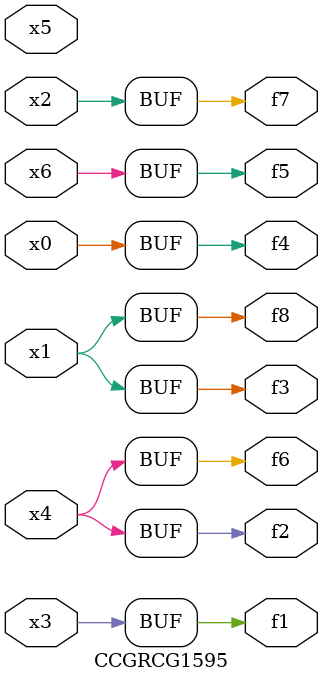
<source format=v>
module CCGRCG1595(
	input x0, x1, x2, x3, x4, x5, x6,
	output f1, f2, f3, f4, f5, f6, f7, f8
);
	assign f1 = x3;
	assign f2 = x4;
	assign f3 = x1;
	assign f4 = x0;
	assign f5 = x6;
	assign f6 = x4;
	assign f7 = x2;
	assign f8 = x1;
endmodule

</source>
